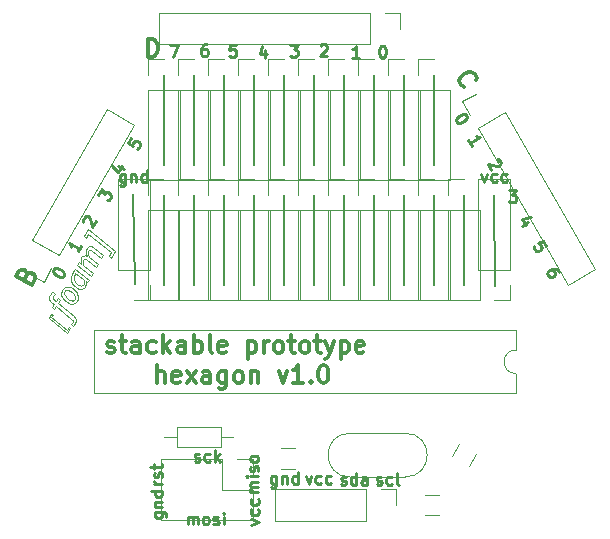
<source format=gbr>
G04 #@! TF.FileFunction,Legend,Top*
%FSLAX46Y46*%
G04 Gerber Fmt 4.6, Leading zero omitted, Abs format (unit mm)*
G04 Created by KiCad (PCBNEW 4.0.7-e2-6376~58~ubuntu14.04.1) date Sat Apr 21 16:58:32 2018*
%MOMM*%
%LPD*%
G01*
G04 APERTURE LIST*
%ADD10C,0.100000*%
%ADD11C,0.200000*%
%ADD12C,0.250000*%
%ADD13C,0.300000*%
%ADD14C,0.120000*%
G04 APERTURE END LIST*
D10*
D11*
X200660000Y-96520000D02*
X200660000Y-88900000D01*
X198120000Y-96520000D02*
X198120000Y-88900000D01*
X195580000Y-96520000D02*
X195580000Y-88900000D01*
X193040000Y-96520000D02*
X193040000Y-88900000D01*
X190500000Y-96520000D02*
X190500000Y-88900000D01*
X187960000Y-96520000D02*
X187960000Y-88900000D01*
X185420000Y-96520000D02*
X185420000Y-88900000D01*
X182880000Y-96520000D02*
X182880000Y-88900000D01*
X180340000Y-96520000D02*
X180340000Y-88900000D01*
X177800000Y-96520000D02*
X177800000Y-88900000D01*
X177800000Y-106680000D02*
X177800000Y-99060000D01*
X180340000Y-106680000D02*
X180340000Y-99060000D01*
X182880000Y-106680000D02*
X182880000Y-99060000D01*
X185420000Y-106680000D02*
X185420000Y-99060000D01*
X187960000Y-106680000D02*
X187960000Y-99060000D01*
X190500000Y-106680000D02*
X190500000Y-99060000D01*
X193040000Y-106680000D02*
X193040000Y-99060000D01*
X195580000Y-106680000D02*
X195580000Y-99060000D01*
X198120000Y-106680000D02*
X198120000Y-99060000D01*
X200660000Y-106680000D02*
X200660000Y-99060000D01*
X203200000Y-106680000D02*
X203200000Y-99060000D01*
D12*
X210163300Y-103372388D02*
X209925204Y-102959994D01*
X209489002Y-103156850D01*
X209554051Y-103174280D01*
X209642909Y-103232949D01*
X209761957Y-103439146D01*
X209768337Y-103545434D01*
X209750907Y-103610483D01*
X209692237Y-103699341D01*
X209486041Y-103818389D01*
X209379753Y-103824769D01*
X209314704Y-103807339D01*
X209225846Y-103748670D01*
X209106798Y-103542473D01*
X209100418Y-103436185D01*
X209117848Y-103371136D01*
X208660816Y-101347815D02*
X208083465Y-101681148D01*
X208871682Y-100951142D02*
X208134044Y-101102088D01*
X208443568Y-101638200D01*
X173879661Y-96587899D02*
X174457012Y-96921233D01*
X173430699Y-96603620D02*
X173930242Y-97166960D01*
X174239766Y-96630848D01*
X206996667Y-98692381D02*
X207615715Y-98692381D01*
X207282381Y-99073333D01*
X207425239Y-99073333D01*
X207520477Y-99120952D01*
X207568096Y-99168571D01*
X207615715Y-99263810D01*
X207615715Y-99501905D01*
X207568096Y-99597143D01*
X207520477Y-99644762D01*
X207425239Y-99692381D01*
X207139524Y-99692381D01*
X207044286Y-99644762D01*
X206996667Y-99597143D01*
X172229082Y-99094865D02*
X172538606Y-98558754D01*
X172701853Y-99037906D01*
X172773282Y-98914187D01*
X172862140Y-98855518D01*
X172927189Y-98838088D01*
X173033478Y-98844469D01*
X173239674Y-98963516D01*
X173298343Y-99052374D01*
X173315773Y-99117423D01*
X173309393Y-99223711D01*
X173166535Y-99471148D01*
X173077677Y-99529817D01*
X173012628Y-99547246D01*
X206028916Y-96026374D02*
X206093965Y-96043804D01*
X206182823Y-96102473D01*
X206301871Y-96308670D01*
X206308251Y-96414958D01*
X206290821Y-96480007D01*
X206232152Y-96568865D01*
X206149674Y-96616484D01*
X206002147Y-96646673D01*
X205221560Y-96437516D01*
X205531084Y-96973627D01*
X170985370Y-101331245D02*
X170967940Y-101266196D01*
X170974320Y-101159908D01*
X171093368Y-100953711D01*
X171182226Y-100895042D01*
X171247275Y-100877612D01*
X171353563Y-100883992D01*
X171436041Y-100931611D01*
X171535949Y-101044279D01*
X171745107Y-101824865D01*
X172054631Y-101288754D01*
X203851084Y-94933627D02*
X203565370Y-94438755D01*
X203708227Y-94686191D02*
X204574252Y-94186190D01*
X204402915Y-94175140D01*
X204272818Y-94140281D01*
X204183959Y-94081612D01*
X170804631Y-103368754D02*
X170518916Y-103863626D01*
X170661773Y-103616191D02*
X169795748Y-103116190D01*
X169871847Y-103270098D01*
X169906706Y-103400195D01*
X169900327Y-103506483D01*
X181430477Y-86332381D02*
X181240000Y-86332381D01*
X181144762Y-86380000D01*
X181097143Y-86427619D01*
X181001905Y-86570476D01*
X180954286Y-86760952D01*
X180954286Y-87141905D01*
X181001905Y-87237143D01*
X181049524Y-87284762D01*
X181144762Y-87332381D01*
X181335239Y-87332381D01*
X181430477Y-87284762D01*
X181478096Y-87237143D01*
X181525715Y-87141905D01*
X181525715Y-86903810D01*
X181478096Y-86808571D01*
X181430477Y-86760952D01*
X181335239Y-86713333D01*
X181144762Y-86713333D01*
X181049524Y-86760952D01*
X181001905Y-86808571D01*
X180954286Y-86903810D01*
X183868096Y-86372381D02*
X183391905Y-86372381D01*
X183344286Y-86848571D01*
X183391905Y-86800952D01*
X183487143Y-86753333D01*
X183725239Y-86753333D01*
X183820477Y-86800952D01*
X183868096Y-86848571D01*
X183915715Y-86943810D01*
X183915715Y-87181905D01*
X183868096Y-87277143D01*
X183820477Y-87324762D01*
X183725239Y-87372381D01*
X183487143Y-87372381D01*
X183391905Y-87324762D01*
X183344286Y-87277143D01*
X186380477Y-86835714D02*
X186380477Y-87502381D01*
X186142381Y-86454762D02*
X185904286Y-87169048D01*
X186523334Y-87169048D01*
X188496667Y-86372381D02*
X189115715Y-86372381D01*
X188782381Y-86753333D01*
X188925239Y-86753333D01*
X189020477Y-86800952D01*
X189068096Y-86848571D01*
X189115715Y-86943810D01*
X189115715Y-87181905D01*
X189068096Y-87277143D01*
X189020477Y-87324762D01*
X188925239Y-87372381D01*
X188639524Y-87372381D01*
X188544286Y-87324762D01*
X188496667Y-87277143D01*
X191064286Y-86427619D02*
X191111905Y-86380000D01*
X191207143Y-86332381D01*
X191445239Y-86332381D01*
X191540477Y-86380000D01*
X191588096Y-86427619D01*
X191635715Y-86522857D01*
X191635715Y-86618095D01*
X191588096Y-86760952D01*
X191016667Y-87332381D01*
X191635715Y-87332381D01*
X194325715Y-87462381D02*
X193754286Y-87462381D01*
X194040000Y-87462381D02*
X194040000Y-86462381D01*
X193944762Y-86605238D01*
X193849524Y-86700476D01*
X193754286Y-86748095D01*
X203410442Y-92304951D02*
X203458062Y-92387431D01*
X203464442Y-92493719D01*
X203447012Y-92558767D01*
X203388343Y-92647626D01*
X203247195Y-92784103D01*
X203040998Y-92903151D01*
X202852232Y-92957150D01*
X202745944Y-92963529D01*
X202680895Y-92946100D01*
X202592037Y-92887431D01*
X202544417Y-92804951D01*
X202538037Y-92698663D01*
X202555467Y-92633614D01*
X202614136Y-92544756D01*
X202755284Y-92408279D01*
X202961481Y-92289231D01*
X203150247Y-92235232D01*
X203256535Y-92228852D01*
X203321584Y-92246282D01*
X203410442Y-92304951D01*
X211279490Y-105561148D02*
X211184252Y-105396190D01*
X211095394Y-105337521D01*
X211030345Y-105320092D01*
X210859008Y-105309042D01*
X210670242Y-105363040D01*
X210340327Y-105553517D01*
X210281658Y-105642375D01*
X210264228Y-105707424D01*
X210270608Y-105813712D01*
X210365846Y-105978670D01*
X210454704Y-106037339D01*
X210519753Y-106054769D01*
X210626041Y-106048389D01*
X210832237Y-105929341D01*
X210890907Y-105840483D01*
X210908337Y-105775434D01*
X210901957Y-105669146D01*
X210806719Y-105504188D01*
X210717861Y-105445519D01*
X210652812Y-105428089D01*
X210546523Y-105434469D01*
D11*
X175190000Y-99010000D02*
X175360000Y-106630000D01*
X205760000Y-99120000D02*
X205810000Y-106810000D01*
D12*
X196242381Y-86462381D02*
X196337620Y-86462381D01*
X196432858Y-86510000D01*
X196480477Y-86557619D01*
X196528096Y-86652857D01*
X196575715Y-86843333D01*
X196575715Y-87081429D01*
X196528096Y-87271905D01*
X196480477Y-87367143D01*
X196432858Y-87414762D01*
X196337620Y-87462381D01*
X196242381Y-87462381D01*
X196147143Y-87414762D01*
X196099524Y-87367143D01*
X196051905Y-87271905D01*
X196004286Y-87081429D01*
X196004286Y-86843333D01*
X196051905Y-86652857D01*
X196099524Y-86557619D01*
X196147143Y-86510000D01*
X196242381Y-86462381D01*
X178346667Y-86422381D02*
X179013334Y-86422381D01*
X178584762Y-87422381D01*
X174994796Y-94249993D02*
X174756701Y-94662387D01*
X175145284Y-94941721D01*
X175127854Y-94876672D01*
X175134234Y-94770384D01*
X175253282Y-94564187D01*
X175342140Y-94505518D01*
X175407189Y-94488088D01*
X175513478Y-94494469D01*
X175719674Y-94613516D01*
X175778343Y-94702374D01*
X175795773Y-94767423D01*
X175789393Y-94873711D01*
X175670345Y-95079908D01*
X175581487Y-95138577D01*
X175516438Y-95156007D01*
X169348061Y-105842570D02*
X169300442Y-105925050D01*
X169211584Y-105983719D01*
X169146535Y-106001148D01*
X169040247Y-105994769D01*
X168851480Y-105940770D01*
X168645283Y-105821722D01*
X168504136Y-105685245D01*
X168445467Y-105596386D01*
X168428037Y-105531338D01*
X168434417Y-105425050D01*
X168482036Y-105342570D01*
X168570894Y-105283901D01*
X168635943Y-105266471D01*
X168742231Y-105272851D01*
X168930998Y-105326850D01*
X169137195Y-105445898D01*
X169278342Y-105582375D01*
X169337011Y-105671233D01*
X169354441Y-105736282D01*
X169348061Y-105842570D01*
X185782381Y-124243809D02*
X185115714Y-124243809D01*
X185210952Y-124243809D02*
X185163333Y-124196190D01*
X185115714Y-124100952D01*
X185115714Y-123958094D01*
X185163333Y-123862856D01*
X185258571Y-123815237D01*
X185782381Y-123815237D01*
X185258571Y-123815237D02*
X185163333Y-123767618D01*
X185115714Y-123672380D01*
X185115714Y-123529523D01*
X185163333Y-123434285D01*
X185258571Y-123386666D01*
X185782381Y-123386666D01*
X185782381Y-122910476D02*
X185115714Y-122910476D01*
X184782381Y-122910476D02*
X184830000Y-122958095D01*
X184877619Y-122910476D01*
X184830000Y-122862857D01*
X184782381Y-122910476D01*
X184877619Y-122910476D01*
X185734762Y-122481905D02*
X185782381Y-122386667D01*
X185782381Y-122196191D01*
X185734762Y-122100952D01*
X185639524Y-122053333D01*
X185591905Y-122053333D01*
X185496667Y-122100952D01*
X185449048Y-122196191D01*
X185449048Y-122339048D01*
X185401429Y-122434286D01*
X185306190Y-122481905D01*
X185258571Y-122481905D01*
X185163333Y-122434286D01*
X185115714Y-122339048D01*
X185115714Y-122196191D01*
X185163333Y-122100952D01*
X185782381Y-121481905D02*
X185734762Y-121577143D01*
X185687143Y-121624762D01*
X185591905Y-121672381D01*
X185306190Y-121672381D01*
X185210952Y-121624762D01*
X185163333Y-121577143D01*
X185115714Y-121481905D01*
X185115714Y-121339047D01*
X185163333Y-121243809D01*
X185210952Y-121196190D01*
X185306190Y-121148571D01*
X185591905Y-121148571D01*
X185687143Y-121196190D01*
X185734762Y-121243809D01*
X185782381Y-121339047D01*
X185782381Y-121481905D01*
X179806191Y-126972381D02*
X179806191Y-126305714D01*
X179806191Y-126400952D02*
X179853810Y-126353333D01*
X179949048Y-126305714D01*
X180091906Y-126305714D01*
X180187144Y-126353333D01*
X180234763Y-126448571D01*
X180234763Y-126972381D01*
X180234763Y-126448571D02*
X180282382Y-126353333D01*
X180377620Y-126305714D01*
X180520477Y-126305714D01*
X180615715Y-126353333D01*
X180663334Y-126448571D01*
X180663334Y-126972381D01*
X181282381Y-126972381D02*
X181187143Y-126924762D01*
X181139524Y-126877143D01*
X181091905Y-126781905D01*
X181091905Y-126496190D01*
X181139524Y-126400952D01*
X181187143Y-126353333D01*
X181282381Y-126305714D01*
X181425239Y-126305714D01*
X181520477Y-126353333D01*
X181568096Y-126400952D01*
X181615715Y-126496190D01*
X181615715Y-126781905D01*
X181568096Y-126877143D01*
X181520477Y-126924762D01*
X181425239Y-126972381D01*
X181282381Y-126972381D01*
X181996667Y-126924762D02*
X182091905Y-126972381D01*
X182282381Y-126972381D01*
X182377620Y-126924762D01*
X182425239Y-126829524D01*
X182425239Y-126781905D01*
X182377620Y-126686667D01*
X182282381Y-126639048D01*
X182139524Y-126639048D01*
X182044286Y-126591429D01*
X181996667Y-126496190D01*
X181996667Y-126448571D01*
X182044286Y-126353333D01*
X182139524Y-126305714D01*
X182282381Y-126305714D01*
X182377620Y-126353333D01*
X182853810Y-126972381D02*
X182853810Y-126305714D01*
X182853810Y-125972381D02*
X182806191Y-126020000D01*
X182853810Y-126067619D01*
X182901429Y-126020000D01*
X182853810Y-125972381D01*
X182853810Y-126067619D01*
X180412381Y-121614762D02*
X180507619Y-121662381D01*
X180698095Y-121662381D01*
X180793334Y-121614762D01*
X180840953Y-121519524D01*
X180840953Y-121471905D01*
X180793334Y-121376667D01*
X180698095Y-121329048D01*
X180555238Y-121329048D01*
X180460000Y-121281429D01*
X180412381Y-121186190D01*
X180412381Y-121138571D01*
X180460000Y-121043333D01*
X180555238Y-120995714D01*
X180698095Y-120995714D01*
X180793334Y-121043333D01*
X181698096Y-121614762D02*
X181602858Y-121662381D01*
X181412381Y-121662381D01*
X181317143Y-121614762D01*
X181269524Y-121567143D01*
X181221905Y-121471905D01*
X181221905Y-121186190D01*
X181269524Y-121090952D01*
X181317143Y-121043333D01*
X181412381Y-120995714D01*
X181602858Y-120995714D01*
X181698096Y-121043333D01*
X182126667Y-121662381D02*
X182126667Y-120662381D01*
X182221905Y-121281429D02*
X182507620Y-121662381D01*
X182507620Y-120995714D02*
X182126667Y-121376667D01*
X177642381Y-123551905D02*
X176975714Y-123551905D01*
X177166190Y-123551905D02*
X177070952Y-123504286D01*
X177023333Y-123456667D01*
X176975714Y-123361429D01*
X176975714Y-123266190D01*
X177594762Y-122980476D02*
X177642381Y-122885238D01*
X177642381Y-122694762D01*
X177594762Y-122599523D01*
X177499524Y-122551904D01*
X177451905Y-122551904D01*
X177356667Y-122599523D01*
X177309048Y-122694762D01*
X177309048Y-122837619D01*
X177261429Y-122932857D01*
X177166190Y-122980476D01*
X177118571Y-122980476D01*
X177023333Y-122932857D01*
X176975714Y-122837619D01*
X176975714Y-122694762D01*
X177023333Y-122599523D01*
X176975714Y-122266190D02*
X176975714Y-121885238D01*
X176642381Y-122123333D02*
X177499524Y-122123333D01*
X177594762Y-122075714D01*
X177642381Y-121980476D01*
X177642381Y-121885238D01*
X177005714Y-125950476D02*
X177815238Y-125950476D01*
X177910476Y-125998095D01*
X177958095Y-126045714D01*
X178005714Y-126140953D01*
X178005714Y-126283810D01*
X177958095Y-126379048D01*
X177624762Y-125950476D02*
X177672381Y-126045714D01*
X177672381Y-126236191D01*
X177624762Y-126331429D01*
X177577143Y-126379048D01*
X177481905Y-126426667D01*
X177196190Y-126426667D01*
X177100952Y-126379048D01*
X177053333Y-126331429D01*
X177005714Y-126236191D01*
X177005714Y-126045714D01*
X177053333Y-125950476D01*
X177005714Y-125474286D02*
X177672381Y-125474286D01*
X177100952Y-125474286D02*
X177053333Y-125426667D01*
X177005714Y-125331429D01*
X177005714Y-125188571D01*
X177053333Y-125093333D01*
X177148571Y-125045714D01*
X177672381Y-125045714D01*
X177672381Y-124140952D02*
X176672381Y-124140952D01*
X177624762Y-124140952D02*
X177672381Y-124236190D01*
X177672381Y-124426667D01*
X177624762Y-124521905D01*
X177577143Y-124569524D01*
X177481905Y-124617143D01*
X177196190Y-124617143D01*
X177100952Y-124569524D01*
X177053333Y-124521905D01*
X177005714Y-124426667D01*
X177005714Y-124236190D01*
X177053333Y-124140952D01*
X185145714Y-126995238D02*
X185812381Y-126757143D01*
X185145714Y-126519047D01*
X185764762Y-125709523D02*
X185812381Y-125804761D01*
X185812381Y-125995238D01*
X185764762Y-126090476D01*
X185717143Y-126138095D01*
X185621905Y-126185714D01*
X185336190Y-126185714D01*
X185240952Y-126138095D01*
X185193333Y-126090476D01*
X185145714Y-125995238D01*
X185145714Y-125804761D01*
X185193333Y-125709523D01*
X185764762Y-124852380D02*
X185812381Y-124947618D01*
X185812381Y-125138095D01*
X185764762Y-125233333D01*
X185717143Y-125280952D01*
X185621905Y-125328571D01*
X185336190Y-125328571D01*
X185240952Y-125280952D01*
X185193333Y-125233333D01*
X185145714Y-125138095D01*
X185145714Y-124947618D01*
X185193333Y-124852380D01*
X192800952Y-123564762D02*
X192896190Y-123612381D01*
X193086666Y-123612381D01*
X193181905Y-123564762D01*
X193229524Y-123469524D01*
X193229524Y-123421905D01*
X193181905Y-123326667D01*
X193086666Y-123279048D01*
X192943809Y-123279048D01*
X192848571Y-123231429D01*
X192800952Y-123136190D01*
X192800952Y-123088571D01*
X192848571Y-122993333D01*
X192943809Y-122945714D01*
X193086666Y-122945714D01*
X193181905Y-122993333D01*
X194086667Y-123612381D02*
X194086667Y-122612381D01*
X194086667Y-123564762D02*
X193991429Y-123612381D01*
X193800952Y-123612381D01*
X193705714Y-123564762D01*
X193658095Y-123517143D01*
X193610476Y-123421905D01*
X193610476Y-123136190D01*
X193658095Y-123040952D01*
X193705714Y-122993333D01*
X193800952Y-122945714D01*
X193991429Y-122945714D01*
X194086667Y-122993333D01*
X194991429Y-123612381D02*
X194991429Y-123088571D01*
X194943810Y-122993333D01*
X194848572Y-122945714D01*
X194658095Y-122945714D01*
X194562857Y-122993333D01*
X194991429Y-123564762D02*
X194896191Y-123612381D01*
X194658095Y-123612381D01*
X194562857Y-123564762D01*
X194515238Y-123469524D01*
X194515238Y-123374286D01*
X194562857Y-123279048D01*
X194658095Y-123231429D01*
X194896191Y-123231429D01*
X194991429Y-123183810D01*
X195805238Y-123564762D02*
X195900476Y-123612381D01*
X196090952Y-123612381D01*
X196186191Y-123564762D01*
X196233810Y-123469524D01*
X196233810Y-123421905D01*
X196186191Y-123326667D01*
X196090952Y-123279048D01*
X195948095Y-123279048D01*
X195852857Y-123231429D01*
X195805238Y-123136190D01*
X195805238Y-123088571D01*
X195852857Y-122993333D01*
X195948095Y-122945714D01*
X196090952Y-122945714D01*
X196186191Y-122993333D01*
X197090953Y-123564762D02*
X196995715Y-123612381D01*
X196805238Y-123612381D01*
X196710000Y-123564762D01*
X196662381Y-123517143D01*
X196614762Y-123421905D01*
X196614762Y-123136190D01*
X196662381Y-123040952D01*
X196710000Y-122993333D01*
X196805238Y-122945714D01*
X196995715Y-122945714D01*
X197090953Y-122993333D01*
X197662381Y-123612381D02*
X197567143Y-123564762D01*
X197519524Y-123469524D01*
X197519524Y-122612381D01*
X189814762Y-122855714D02*
X190052857Y-123522381D01*
X190290953Y-122855714D01*
X191100477Y-123474762D02*
X191005239Y-123522381D01*
X190814762Y-123522381D01*
X190719524Y-123474762D01*
X190671905Y-123427143D01*
X190624286Y-123331905D01*
X190624286Y-123046190D01*
X190671905Y-122950952D01*
X190719524Y-122903333D01*
X190814762Y-122855714D01*
X191005239Y-122855714D01*
X191100477Y-122903333D01*
X191957620Y-123474762D02*
X191862382Y-123522381D01*
X191671905Y-123522381D01*
X191576667Y-123474762D01*
X191529048Y-123427143D01*
X191481429Y-123331905D01*
X191481429Y-123046190D01*
X191529048Y-122950952D01*
X191576667Y-122903333D01*
X191671905Y-122855714D01*
X191862382Y-122855714D01*
X191957620Y-122903333D01*
X187309524Y-122855714D02*
X187309524Y-123665238D01*
X187261905Y-123760476D01*
X187214286Y-123808095D01*
X187119047Y-123855714D01*
X186976190Y-123855714D01*
X186880952Y-123808095D01*
X187309524Y-123474762D02*
X187214286Y-123522381D01*
X187023809Y-123522381D01*
X186928571Y-123474762D01*
X186880952Y-123427143D01*
X186833333Y-123331905D01*
X186833333Y-123046190D01*
X186880952Y-122950952D01*
X186928571Y-122903333D01*
X187023809Y-122855714D01*
X187214286Y-122855714D01*
X187309524Y-122903333D01*
X187785714Y-122855714D02*
X187785714Y-123522381D01*
X187785714Y-122950952D02*
X187833333Y-122903333D01*
X187928571Y-122855714D01*
X188071429Y-122855714D01*
X188166667Y-122903333D01*
X188214286Y-122998571D01*
X188214286Y-123522381D01*
X189119048Y-123522381D02*
X189119048Y-122522381D01*
X189119048Y-123474762D02*
X189023810Y-123522381D01*
X188833333Y-123522381D01*
X188738095Y-123474762D01*
X188690476Y-123427143D01*
X188642857Y-123331905D01*
X188642857Y-123046190D01*
X188690476Y-122950952D01*
X188738095Y-122903333D01*
X188833333Y-122855714D01*
X189023810Y-122855714D01*
X189119048Y-122903333D01*
X174529524Y-97305714D02*
X174529524Y-98115238D01*
X174481905Y-98210476D01*
X174434286Y-98258095D01*
X174339047Y-98305714D01*
X174196190Y-98305714D01*
X174100952Y-98258095D01*
X174529524Y-97924762D02*
X174434286Y-97972381D01*
X174243809Y-97972381D01*
X174148571Y-97924762D01*
X174100952Y-97877143D01*
X174053333Y-97781905D01*
X174053333Y-97496190D01*
X174100952Y-97400952D01*
X174148571Y-97353333D01*
X174243809Y-97305714D01*
X174434286Y-97305714D01*
X174529524Y-97353333D01*
X175005714Y-97305714D02*
X175005714Y-97972381D01*
X175005714Y-97400952D02*
X175053333Y-97353333D01*
X175148571Y-97305714D01*
X175291429Y-97305714D01*
X175386667Y-97353333D01*
X175434286Y-97448571D01*
X175434286Y-97972381D01*
X176339048Y-97972381D02*
X176339048Y-96972381D01*
X176339048Y-97924762D02*
X176243810Y-97972381D01*
X176053333Y-97972381D01*
X175958095Y-97924762D01*
X175910476Y-97877143D01*
X175862857Y-97781905D01*
X175862857Y-97496190D01*
X175910476Y-97400952D01*
X175958095Y-97353333D01*
X176053333Y-97305714D01*
X176243810Y-97305714D01*
X176339048Y-97353333D01*
X204684762Y-97285714D02*
X204922857Y-97952381D01*
X205160953Y-97285714D01*
X205970477Y-97904762D02*
X205875239Y-97952381D01*
X205684762Y-97952381D01*
X205589524Y-97904762D01*
X205541905Y-97857143D01*
X205494286Y-97761905D01*
X205494286Y-97476190D01*
X205541905Y-97380952D01*
X205589524Y-97333333D01*
X205684762Y-97285714D01*
X205875239Y-97285714D01*
X205970477Y-97333333D01*
X206827620Y-97904762D02*
X206732382Y-97952381D01*
X206541905Y-97952381D01*
X206446667Y-97904762D01*
X206399048Y-97857143D01*
X206351429Y-97761905D01*
X206351429Y-97476190D01*
X206399048Y-97380952D01*
X206446667Y-97333333D01*
X206541905Y-97285714D01*
X206732382Y-97285714D01*
X206827620Y-97333333D01*
D13*
X172975714Y-112382143D02*
X173118571Y-112453571D01*
X173404286Y-112453571D01*
X173547143Y-112382143D01*
X173618571Y-112239286D01*
X173618571Y-112167857D01*
X173547143Y-112025000D01*
X173404286Y-111953571D01*
X173190000Y-111953571D01*
X173047143Y-111882143D01*
X172975714Y-111739286D01*
X172975714Y-111667857D01*
X173047143Y-111525000D01*
X173190000Y-111453571D01*
X173404286Y-111453571D01*
X173547143Y-111525000D01*
X174047143Y-111453571D02*
X174618572Y-111453571D01*
X174261429Y-110953571D02*
X174261429Y-112239286D01*
X174332857Y-112382143D01*
X174475715Y-112453571D01*
X174618572Y-112453571D01*
X175761429Y-112453571D02*
X175761429Y-111667857D01*
X175690000Y-111525000D01*
X175547143Y-111453571D01*
X175261429Y-111453571D01*
X175118572Y-111525000D01*
X175761429Y-112382143D02*
X175618572Y-112453571D01*
X175261429Y-112453571D01*
X175118572Y-112382143D01*
X175047143Y-112239286D01*
X175047143Y-112096429D01*
X175118572Y-111953571D01*
X175261429Y-111882143D01*
X175618572Y-111882143D01*
X175761429Y-111810714D01*
X177118572Y-112382143D02*
X176975715Y-112453571D01*
X176690001Y-112453571D01*
X176547143Y-112382143D01*
X176475715Y-112310714D01*
X176404286Y-112167857D01*
X176404286Y-111739286D01*
X176475715Y-111596429D01*
X176547143Y-111525000D01*
X176690001Y-111453571D01*
X176975715Y-111453571D01*
X177118572Y-111525000D01*
X177761429Y-112453571D02*
X177761429Y-110953571D01*
X177904286Y-111882143D02*
X178332857Y-112453571D01*
X178332857Y-111453571D02*
X177761429Y-112025000D01*
X179618572Y-112453571D02*
X179618572Y-111667857D01*
X179547143Y-111525000D01*
X179404286Y-111453571D01*
X179118572Y-111453571D01*
X178975715Y-111525000D01*
X179618572Y-112382143D02*
X179475715Y-112453571D01*
X179118572Y-112453571D01*
X178975715Y-112382143D01*
X178904286Y-112239286D01*
X178904286Y-112096429D01*
X178975715Y-111953571D01*
X179118572Y-111882143D01*
X179475715Y-111882143D01*
X179618572Y-111810714D01*
X180332858Y-112453571D02*
X180332858Y-110953571D01*
X180332858Y-111525000D02*
X180475715Y-111453571D01*
X180761429Y-111453571D01*
X180904286Y-111525000D01*
X180975715Y-111596429D01*
X181047144Y-111739286D01*
X181047144Y-112167857D01*
X180975715Y-112310714D01*
X180904286Y-112382143D01*
X180761429Y-112453571D01*
X180475715Y-112453571D01*
X180332858Y-112382143D01*
X181904287Y-112453571D02*
X181761429Y-112382143D01*
X181690001Y-112239286D01*
X181690001Y-110953571D01*
X183047143Y-112382143D02*
X182904286Y-112453571D01*
X182618572Y-112453571D01*
X182475715Y-112382143D01*
X182404286Y-112239286D01*
X182404286Y-111667857D01*
X182475715Y-111525000D01*
X182618572Y-111453571D01*
X182904286Y-111453571D01*
X183047143Y-111525000D01*
X183118572Y-111667857D01*
X183118572Y-111810714D01*
X182404286Y-111953571D01*
X184904286Y-111453571D02*
X184904286Y-112953571D01*
X184904286Y-111525000D02*
X185047143Y-111453571D01*
X185332857Y-111453571D01*
X185475714Y-111525000D01*
X185547143Y-111596429D01*
X185618572Y-111739286D01*
X185618572Y-112167857D01*
X185547143Y-112310714D01*
X185475714Y-112382143D01*
X185332857Y-112453571D01*
X185047143Y-112453571D01*
X184904286Y-112382143D01*
X186261429Y-112453571D02*
X186261429Y-111453571D01*
X186261429Y-111739286D02*
X186332857Y-111596429D01*
X186404286Y-111525000D01*
X186547143Y-111453571D01*
X186690000Y-111453571D01*
X187404286Y-112453571D02*
X187261428Y-112382143D01*
X187190000Y-112310714D01*
X187118571Y-112167857D01*
X187118571Y-111739286D01*
X187190000Y-111596429D01*
X187261428Y-111525000D01*
X187404286Y-111453571D01*
X187618571Y-111453571D01*
X187761428Y-111525000D01*
X187832857Y-111596429D01*
X187904286Y-111739286D01*
X187904286Y-112167857D01*
X187832857Y-112310714D01*
X187761428Y-112382143D01*
X187618571Y-112453571D01*
X187404286Y-112453571D01*
X188332857Y-111453571D02*
X188904286Y-111453571D01*
X188547143Y-110953571D02*
X188547143Y-112239286D01*
X188618571Y-112382143D01*
X188761429Y-112453571D01*
X188904286Y-112453571D01*
X189618572Y-112453571D02*
X189475714Y-112382143D01*
X189404286Y-112310714D01*
X189332857Y-112167857D01*
X189332857Y-111739286D01*
X189404286Y-111596429D01*
X189475714Y-111525000D01*
X189618572Y-111453571D01*
X189832857Y-111453571D01*
X189975714Y-111525000D01*
X190047143Y-111596429D01*
X190118572Y-111739286D01*
X190118572Y-112167857D01*
X190047143Y-112310714D01*
X189975714Y-112382143D01*
X189832857Y-112453571D01*
X189618572Y-112453571D01*
X190547143Y-111453571D02*
X191118572Y-111453571D01*
X190761429Y-110953571D02*
X190761429Y-112239286D01*
X190832857Y-112382143D01*
X190975715Y-112453571D01*
X191118572Y-112453571D01*
X191475715Y-111453571D02*
X191832858Y-112453571D01*
X192190000Y-111453571D02*
X191832858Y-112453571D01*
X191690000Y-112810714D01*
X191618572Y-112882143D01*
X191475715Y-112953571D01*
X192761429Y-111453571D02*
X192761429Y-112953571D01*
X192761429Y-111525000D02*
X192904286Y-111453571D01*
X193190000Y-111453571D01*
X193332857Y-111525000D01*
X193404286Y-111596429D01*
X193475715Y-111739286D01*
X193475715Y-112167857D01*
X193404286Y-112310714D01*
X193332857Y-112382143D01*
X193190000Y-112453571D01*
X192904286Y-112453571D01*
X192761429Y-112382143D01*
X194690000Y-112382143D02*
X194547143Y-112453571D01*
X194261429Y-112453571D01*
X194118572Y-112382143D01*
X194047143Y-112239286D01*
X194047143Y-111667857D01*
X194118572Y-111525000D01*
X194261429Y-111453571D01*
X194547143Y-111453571D01*
X194690000Y-111525000D01*
X194761429Y-111667857D01*
X194761429Y-111810714D01*
X194047143Y-111953571D01*
X177225715Y-115003571D02*
X177225715Y-113503571D01*
X177868572Y-115003571D02*
X177868572Y-114217857D01*
X177797143Y-114075000D01*
X177654286Y-114003571D01*
X177440001Y-114003571D01*
X177297143Y-114075000D01*
X177225715Y-114146429D01*
X179154286Y-114932143D02*
X179011429Y-115003571D01*
X178725715Y-115003571D01*
X178582858Y-114932143D01*
X178511429Y-114789286D01*
X178511429Y-114217857D01*
X178582858Y-114075000D01*
X178725715Y-114003571D01*
X179011429Y-114003571D01*
X179154286Y-114075000D01*
X179225715Y-114217857D01*
X179225715Y-114360714D01*
X178511429Y-114503571D01*
X179725715Y-115003571D02*
X180511429Y-114003571D01*
X179725715Y-114003571D02*
X180511429Y-115003571D01*
X181725715Y-115003571D02*
X181725715Y-114217857D01*
X181654286Y-114075000D01*
X181511429Y-114003571D01*
X181225715Y-114003571D01*
X181082858Y-114075000D01*
X181725715Y-114932143D02*
X181582858Y-115003571D01*
X181225715Y-115003571D01*
X181082858Y-114932143D01*
X181011429Y-114789286D01*
X181011429Y-114646429D01*
X181082858Y-114503571D01*
X181225715Y-114432143D01*
X181582858Y-114432143D01*
X181725715Y-114360714D01*
X183082858Y-114003571D02*
X183082858Y-115217857D01*
X183011429Y-115360714D01*
X182940001Y-115432143D01*
X182797144Y-115503571D01*
X182582858Y-115503571D01*
X182440001Y-115432143D01*
X183082858Y-114932143D02*
X182940001Y-115003571D01*
X182654287Y-115003571D01*
X182511429Y-114932143D01*
X182440001Y-114860714D01*
X182368572Y-114717857D01*
X182368572Y-114289286D01*
X182440001Y-114146429D01*
X182511429Y-114075000D01*
X182654287Y-114003571D01*
X182940001Y-114003571D01*
X183082858Y-114075000D01*
X184011430Y-115003571D02*
X183868572Y-114932143D01*
X183797144Y-114860714D01*
X183725715Y-114717857D01*
X183725715Y-114289286D01*
X183797144Y-114146429D01*
X183868572Y-114075000D01*
X184011430Y-114003571D01*
X184225715Y-114003571D01*
X184368572Y-114075000D01*
X184440001Y-114146429D01*
X184511430Y-114289286D01*
X184511430Y-114717857D01*
X184440001Y-114860714D01*
X184368572Y-114932143D01*
X184225715Y-115003571D01*
X184011430Y-115003571D01*
X185154287Y-114003571D02*
X185154287Y-115003571D01*
X185154287Y-114146429D02*
X185225715Y-114075000D01*
X185368573Y-114003571D01*
X185582858Y-114003571D01*
X185725715Y-114075000D01*
X185797144Y-114217857D01*
X185797144Y-115003571D01*
X187511430Y-114003571D02*
X187868573Y-115003571D01*
X188225715Y-114003571D01*
X189582858Y-115003571D02*
X188725715Y-115003571D01*
X189154287Y-115003571D02*
X189154287Y-113503571D01*
X189011430Y-113717857D01*
X188868572Y-113860714D01*
X188725715Y-113932143D01*
X190225715Y-114860714D02*
X190297143Y-114932143D01*
X190225715Y-115003571D01*
X190154286Y-114932143D01*
X190225715Y-114860714D01*
X190225715Y-115003571D01*
X191225715Y-113503571D02*
X191368572Y-113503571D01*
X191511429Y-113575000D01*
X191582858Y-113646429D01*
X191654287Y-113789286D01*
X191725715Y-114075000D01*
X191725715Y-114432143D01*
X191654287Y-114717857D01*
X191582858Y-114860714D01*
X191511429Y-114932143D01*
X191368572Y-115003571D01*
X191225715Y-115003571D01*
X191082858Y-114932143D01*
X191011429Y-114860714D01*
X190940001Y-114717857D01*
X190868572Y-114432143D01*
X190868572Y-114075000D01*
X190940001Y-113789286D01*
X191011429Y-113646429D01*
X191082858Y-113575000D01*
X191225715Y-113503571D01*
X203198201Y-89919940D02*
X203100627Y-89893796D01*
X202931626Y-89743933D01*
X202860197Y-89620215D01*
X202814913Y-89398924D01*
X202867202Y-89203777D01*
X202955206Y-89070490D01*
X203166928Y-88865774D01*
X203352504Y-88758631D01*
X203635655Y-88677633D01*
X203795087Y-88668063D01*
X203990234Y-88720353D01*
X204159235Y-88870215D01*
X204230664Y-88993933D01*
X204275948Y-89215224D01*
X204249803Y-89312798D01*
X176437143Y-87378571D02*
X176437143Y-85878571D01*
X176794286Y-85878571D01*
X177008571Y-85950000D01*
X177151429Y-86092857D01*
X177222857Y-86235714D01*
X177294286Y-86521429D01*
X177294286Y-86735714D01*
X177222857Y-87021429D01*
X177151429Y-87164286D01*
X177008571Y-87307143D01*
X176794286Y-87378571D01*
X176437143Y-87378571D01*
X166170783Y-105863640D02*
X166339785Y-105713777D01*
X166437358Y-105687633D01*
X166596790Y-105697202D01*
X166782367Y-105804345D01*
X166870370Y-105937633D01*
X166896516Y-106035206D01*
X166886945Y-106194638D01*
X166601231Y-106689510D01*
X165302193Y-105939510D01*
X165552193Y-105506497D01*
X165685481Y-105418494D01*
X165783055Y-105392349D01*
X165942487Y-105401919D01*
X166066204Y-105473347D01*
X166154208Y-105606634D01*
X166180353Y-105704208D01*
X166170783Y-105863640D01*
X165920783Y-106296653D01*
D10*
X168104761Y-107924049D02*
X168084149Y-107834969D01*
X171026698Y-106523246D02*
X171027735Y-106459389D01*
X171616846Y-105934353D02*
X170455179Y-105023545D01*
X170990655Y-102583833D02*
X171335220Y-101987029D01*
X171018808Y-105118732D02*
X171754671Y-105695633D01*
X169343139Y-107954556D02*
X169243804Y-107824528D01*
X170966003Y-104977232D02*
X170986678Y-105049063D01*
X170914453Y-106711159D02*
X170959866Y-106674482D01*
X171735811Y-103812606D02*
X171660213Y-103759745D01*
X168393103Y-109210205D02*
X168252451Y-109453821D01*
X170100393Y-110197537D02*
X169916993Y-110027565D01*
X170016787Y-106968203D02*
X170174889Y-107074022D01*
X170972359Y-106219364D02*
X170300731Y-105692458D01*
X168516163Y-107967560D02*
X168646679Y-108077000D01*
X170071979Y-105608308D02*
X170172225Y-105456896D01*
X170173678Y-107985640D02*
X170215076Y-107953976D01*
X168200538Y-107488818D02*
X168275597Y-107406672D01*
X170825586Y-107024148D02*
X170611646Y-107022416D01*
X171006332Y-106319600D02*
X170994270Y-106269092D01*
X168404221Y-107661748D02*
X168372098Y-107741928D01*
X169354192Y-107395492D02*
X169375338Y-107488945D01*
X171197991Y-103733197D02*
X171249577Y-103602488D01*
X170174889Y-107074022D02*
X170305162Y-107192582D01*
X169657935Y-106857553D02*
X169774496Y-106871283D01*
X170653783Y-106737954D02*
X170795425Y-106749121D01*
X172056976Y-105172026D02*
X171322574Y-104597792D01*
X170995993Y-104509168D02*
X170946251Y-104567964D01*
X170123021Y-108006761D02*
X170173678Y-107985640D01*
X169929148Y-108004017D02*
X170063009Y-108017284D01*
X169544534Y-106867009D02*
X169657935Y-106857553D01*
X171335220Y-101987029D02*
X173669568Y-103812200D01*
X171360037Y-103928425D02*
X171360216Y-103993435D01*
X169197819Y-107122397D02*
X169197819Y-107122397D01*
X170986678Y-105049063D02*
X171004284Y-105096247D01*
X168980124Y-107939536D02*
X168817874Y-108220561D01*
X171161183Y-102717310D02*
X170990655Y-102583833D01*
X168335561Y-108187471D02*
X168187424Y-108048332D01*
X171399409Y-104200930D02*
X171416493Y-104262281D01*
X170891701Y-104263707D02*
X170994263Y-104210164D01*
X170592954Y-104784911D02*
X170795372Y-104943554D01*
X171366402Y-103873661D02*
X171360037Y-103928425D01*
X168108918Y-107649368D02*
X168154351Y-107552877D01*
X170247167Y-107911732D02*
X170278352Y-107833319D01*
X169894095Y-106908152D02*
X170016787Y-106968203D01*
X170172225Y-105456896D02*
X170282748Y-105332444D01*
X172497111Y-104409690D02*
X171735811Y-103812606D01*
X169572422Y-107783904D02*
X169786646Y-107942978D01*
X170592954Y-104784911D02*
X170592954Y-104784911D01*
X169720710Y-110251216D02*
X169835793Y-110339648D01*
X171467124Y-103439345D02*
X171613687Y-103442210D01*
X169388379Y-107232417D02*
X169388379Y-107232417D01*
X172634911Y-104171013D02*
X172497111Y-104409690D01*
X168461743Y-107581878D02*
X168404221Y-107661748D01*
X171004284Y-105096247D02*
X171018808Y-105118732D01*
X172194806Y-104933297D02*
X172056976Y-105172026D01*
X169422211Y-107187299D02*
X169388379Y-107232417D01*
X173359859Y-103908531D02*
X171371198Y-102353553D01*
X170754224Y-104772204D02*
X170743069Y-104618366D01*
X169345977Y-106952020D02*
X169439008Y-106898865D01*
X171199099Y-106615704D02*
X171142092Y-106813073D01*
X169468522Y-108070605D02*
X169343139Y-107954556D01*
X170063009Y-108017284D02*
X170123021Y-108006761D01*
X168275597Y-107406672D02*
X168356327Y-107321103D01*
X171168617Y-106373134D02*
X171199099Y-106615704D01*
X173151199Y-104269941D02*
X173359859Y-103908531D01*
X170311260Y-109911081D02*
X170218001Y-110052753D01*
X170761786Y-104482006D02*
X170810397Y-104363170D01*
X170285401Y-107748189D02*
X170268171Y-107656292D01*
X168187424Y-108048332D02*
X168104761Y-107924049D01*
X171322574Y-104597792D02*
X171222446Y-104527200D01*
X169117107Y-107389773D02*
X169140713Y-107253187D01*
X168646679Y-108077000D02*
X168808494Y-107796728D01*
X171371799Y-104080373D02*
X171399409Y-104200930D01*
X170859634Y-106736009D02*
X170914453Y-106711159D01*
X170238765Y-106828865D02*
X170107285Y-106696455D01*
X171027735Y-106459389D02*
X171019164Y-106387214D01*
X170106756Y-108285040D02*
X169993096Y-108293216D01*
X170218001Y-110052753D02*
X170100393Y-110197537D01*
X171613687Y-103442210D02*
X171773823Y-103507287D01*
X170190073Y-105903642D02*
X170157180Y-106038515D01*
X170305162Y-107192582D02*
X170407515Y-107323902D01*
X170942190Y-104880657D02*
X170966003Y-104977232D01*
X169940624Y-106374201D02*
X169910307Y-106191171D01*
X171883741Y-103581764D02*
X172634911Y-104171013D01*
X170371647Y-109759069D02*
X170311260Y-109911081D01*
X169922053Y-106002508D02*
X169975975Y-105808231D01*
X170946251Y-104567964D02*
X170917758Y-104693715D01*
X168085540Y-107743361D02*
X168108918Y-107649368D01*
X169421978Y-107590362D02*
X169572422Y-107783904D01*
X170743069Y-104618366D02*
X170761786Y-104482006D01*
X168393332Y-107841010D02*
X168422343Y-107878301D01*
X171754671Y-105695633D02*
X171616846Y-105934353D01*
X170282748Y-105332444D02*
X171440686Y-106239471D01*
X171395801Y-103789321D02*
X171366402Y-103873661D01*
X169606925Y-110736059D02*
X168048773Y-109518842D01*
X170268171Y-107656292D02*
X170226837Y-107557626D01*
X171012814Y-106952573D02*
X170926421Y-106996848D01*
X171174119Y-106377385D02*
X171168617Y-106373134D01*
X168376118Y-107299505D02*
X168561327Y-107468974D01*
X170090721Y-109694541D02*
X170045747Y-109625412D01*
X169620120Y-108172610D02*
X169468522Y-108070605D01*
X169864062Y-107205850D02*
X169713461Y-107139638D01*
X169749904Y-108236998D02*
X169620120Y-108172610D01*
X171431852Y-104308677D02*
X171445551Y-104340211D01*
X170368905Y-109621785D02*
X170371647Y-109759069D01*
X171016076Y-106578763D02*
X171026698Y-106523246D01*
X171574058Y-103721469D02*
X171501315Y-103713685D01*
X170300731Y-105692458D02*
X170255201Y-105764898D01*
X169993096Y-108293216D02*
X169874221Y-108277215D01*
X170407515Y-107323902D02*
X170481967Y-107467947D01*
X170156384Y-106169553D02*
X170187777Y-106296739D01*
X169140713Y-107253187D02*
X169197819Y-107122397D01*
X170457280Y-108021772D02*
X170387061Y-108121804D01*
X170994270Y-106269092D02*
X170982925Y-106235683D01*
X170455179Y-105023545D02*
X170592954Y-104784911D01*
X169243804Y-107824528D02*
X169170589Y-107680401D01*
X168252451Y-109453821D02*
X169581713Y-110491966D01*
X171660213Y-103759745D02*
X171574058Y-103721469D01*
X170163982Y-107459133D02*
X170082553Y-107367653D01*
X168154351Y-107552877D02*
X168200538Y-107488818D01*
X170215076Y-107953976D02*
X170247167Y-107911732D01*
X169874221Y-108277215D02*
X169749904Y-108236998D01*
X170157180Y-106038515D02*
X170156384Y-106169553D01*
X171183073Y-103883136D02*
X171197991Y-103733197D01*
X168817874Y-108220561D02*
X168817874Y-108220561D01*
X170810397Y-104363170D02*
X170891701Y-104263707D01*
X170299841Y-109488692D02*
X170368905Y-109621785D01*
X169127098Y-107532189D02*
X169117107Y-107389773D01*
X171084726Y-106891277D02*
X171012814Y-106952573D01*
X171058622Y-104482731D02*
X170995993Y-104509168D01*
X169265623Y-107026537D02*
X169345977Y-106952020D01*
X171142092Y-106813073D02*
X171084726Y-106891277D01*
X171440686Y-106239471D02*
X171302911Y-106478105D01*
X168514244Y-108746464D02*
X168341129Y-108606228D01*
X168463269Y-107920475D02*
X168516163Y-107967560D01*
X170402355Y-106942100D02*
X170238765Y-106828865D01*
X170282748Y-105332444D02*
X170282748Y-105332444D01*
X168561327Y-107468974D02*
X168461743Y-107581878D01*
X173327553Y-104404587D02*
X173151199Y-104269941D01*
X170982925Y-106235683D02*
X170972359Y-106219364D01*
X169975975Y-105808231D02*
X170071979Y-105608308D01*
X171342816Y-103494373D02*
X171467124Y-103439345D01*
X169358571Y-107309986D02*
X169354192Y-107395492D01*
X171222446Y-104527200D02*
X171134128Y-104488750D01*
X170305277Y-108199005D02*
X170211831Y-108253434D01*
X170387061Y-108121804D02*
X170305277Y-108199005D01*
X169516426Y-107132494D02*
X169464886Y-107154063D01*
X168502264Y-108327134D02*
X168335561Y-108187471D01*
X170096238Y-109761373D02*
X170090721Y-109694541D01*
X170972359Y-106219364D02*
X170972359Y-106219364D01*
X168422343Y-107878301D02*
X168463269Y-107920475D01*
X171501315Y-103713685D02*
X171441837Y-103736283D01*
X171302911Y-106478105D02*
X171174119Y-106377385D01*
X170211831Y-108253434D02*
X170106756Y-108285040D01*
X170187777Y-106296739D02*
X170314570Y-106516787D01*
X173327553Y-104404587D02*
X173327553Y-104404587D01*
X169464886Y-107154063D02*
X169422211Y-107187299D01*
X170007899Y-106544897D02*
X169940624Y-106374201D01*
X170504651Y-106675397D02*
X170653783Y-106737954D01*
X168817874Y-108220561D02*
X170161804Y-109348548D01*
X170525891Y-107615392D02*
X170536433Y-107756856D01*
X171371198Y-102353553D02*
X171161183Y-102717310D01*
X169170589Y-107680401D02*
X169127098Y-107532189D01*
X168048773Y-109518842D02*
X168278021Y-109121773D01*
X170917758Y-104693715D02*
X170942190Y-104880657D01*
X170314570Y-106516787D02*
X170504651Y-106675397D01*
X173669568Y-103812200D02*
X173327553Y-104404587D01*
X168376259Y-107808601D02*
X168393332Y-107841010D01*
X168278021Y-109121773D02*
X168393103Y-109210205D01*
X169916993Y-110027565D02*
X170008813Y-109920827D01*
X168673729Y-108470227D02*
X168514244Y-108746464D01*
X170795372Y-104943554D02*
X170754224Y-104772204D01*
X168278021Y-109121773D02*
X168278021Y-109121773D01*
X168356327Y-107321103D02*
X168376118Y-107299505D01*
X169375338Y-107488945D02*
X169421978Y-107590362D01*
X171360216Y-103993435D02*
X171371799Y-104080373D01*
X170994263Y-104210164D02*
X171118067Y-104202569D01*
X170008813Y-109920827D02*
X170067017Y-109837594D01*
X171773823Y-103507287D02*
X171883741Y-103581764D01*
X171457592Y-104356874D02*
X172194806Y-104933297D01*
X171263133Y-104240908D02*
X171204762Y-104052409D01*
X170513546Y-107892310D02*
X170457280Y-108021772D01*
X171441837Y-103736283D02*
X171395801Y-103789321D01*
X168084149Y-107834969D02*
X168085540Y-107743361D01*
X170926421Y-106996848D02*
X170825586Y-107024148D01*
X170611646Y-107022416D02*
X170402355Y-106942100D01*
X168341129Y-108606228D02*
X168502264Y-108327134D01*
X170082553Y-107367653D02*
X169982569Y-107283230D01*
X169786646Y-107942978D02*
X169929148Y-108004017D01*
X169835793Y-110339648D02*
X169606925Y-110736059D01*
X171204762Y-104052409D02*
X171183073Y-103883136D01*
X170536433Y-107756856D02*
X170513546Y-107892310D01*
X169197819Y-107122397D02*
X169265623Y-107026537D01*
X170959866Y-106674482D02*
X170995955Y-106626094D01*
X169439008Y-106898865D02*
X169544534Y-106867009D01*
X170161804Y-109348548D02*
X170299841Y-109488692D01*
X169774496Y-106871283D02*
X169894095Y-106908152D01*
X170067017Y-109837594D02*
X170096238Y-109761373D01*
X169581713Y-110491966D02*
X169720710Y-110251216D01*
X170995955Y-106626094D02*
X171016076Y-106578763D01*
X170278352Y-107833319D02*
X170285401Y-107748189D01*
X169957134Y-109541481D02*
X168673729Y-108470227D01*
X170226837Y-107557626D02*
X170163982Y-107459133D01*
X168808494Y-107796728D02*
X168980124Y-107939536D01*
X171118067Y-104202569D02*
X171263133Y-104240908D01*
X170107285Y-106696455D02*
X170007899Y-106544897D01*
X170255201Y-105764898D02*
X170190073Y-105903642D01*
X169576901Y-107122687D02*
X169516426Y-107132494D01*
X168372098Y-107741928D02*
X168376259Y-107808601D01*
X171019164Y-106387214D02*
X171006332Y-106319600D01*
X171445551Y-104340211D02*
X171457592Y-104356874D01*
X171249577Y-103602488D02*
X171342816Y-103494373D01*
X170795425Y-106749121D02*
X170859634Y-106736009D01*
X169910307Y-106191171D02*
X169922053Y-106002508D01*
X169982569Y-107283230D02*
X169864062Y-107205850D01*
X169388379Y-107232417D02*
X169358571Y-107309986D01*
X169713461Y-107139638D02*
X169576901Y-107122687D01*
X170481967Y-107467947D02*
X170525891Y-107615392D01*
X171416493Y-104262281D02*
X171431852Y-104308677D01*
X170045747Y-109625412D02*
X169957134Y-109541481D01*
X171134128Y-104488750D02*
X171058622Y-104482731D01*
D14*
X175286814Y-93154664D02*
X172983186Y-91824664D01*
X168906814Y-104205148D02*
X175286814Y-93154664D01*
X166603186Y-102875148D02*
X172983186Y-91824664D01*
X168906814Y-104205148D02*
X166603186Y-102875148D01*
X168271814Y-105305000D02*
X167606814Y-106456814D01*
X167606814Y-106456814D02*
X166455000Y-105791814D01*
X177570000Y-121430000D02*
X177570000Y-126630000D01*
X182710000Y-121430000D02*
X177570000Y-121430000D01*
X185310000Y-126630000D02*
X177570000Y-126630000D01*
X182710000Y-121430000D02*
X182710000Y-124030000D01*
X182710000Y-124030000D02*
X185310000Y-124030000D01*
X185310000Y-124030000D02*
X185310000Y-126630000D01*
X183980000Y-121430000D02*
X185310000Y-121430000D01*
X185310000Y-121430000D02*
X185310000Y-122760000D01*
X187190000Y-124010000D02*
X187190000Y-126670000D01*
X194870000Y-124010000D02*
X187190000Y-124010000D01*
X194870000Y-126670000D02*
X187190000Y-126670000D01*
X194870000Y-124010000D02*
X194870000Y-126670000D01*
X196140000Y-124010000D02*
X197470000Y-124010000D01*
X197470000Y-124010000D02*
X197470000Y-125340000D01*
X182610000Y-120460000D02*
X182610000Y-118740000D01*
X182610000Y-118740000D02*
X178890000Y-118740000D01*
X178890000Y-118740000D02*
X178890000Y-120460000D01*
X178890000Y-120460000D02*
X182610000Y-120460000D01*
X183680000Y-119600000D02*
X182610000Y-119600000D01*
X177820000Y-119600000D02*
X178890000Y-119600000D01*
X212023186Y-106665336D02*
X214326814Y-105335336D01*
X204373186Y-93415147D02*
X212023186Y-106665336D01*
X206676814Y-92085147D02*
X214326814Y-105335336D01*
X204373186Y-93415147D02*
X206676814Y-92085147D01*
X203738186Y-92315295D02*
X203073186Y-91163481D01*
X203073186Y-91163481D02*
X204225000Y-90498481D01*
X193540000Y-119250000D02*
X198240000Y-119250000D01*
X193540000Y-122950000D02*
X198240000Y-122950000D01*
X193540000Y-122950000D02*
G75*
G02X193540000Y-119250000I0J1850000D01*
G01*
X198240000Y-122950000D02*
G75*
G03X198240000Y-119250000I0J1850000D01*
G01*
X207600000Y-114200000D02*
G75*
G02X207600000Y-112200000I0J1000000D01*
G01*
X207600000Y-112200000D02*
X207600000Y-110550000D01*
X207600000Y-110550000D02*
X171920000Y-110550000D01*
X171920000Y-110550000D02*
X171920000Y-115850000D01*
X171920000Y-115850000D02*
X207600000Y-115850000D01*
X207600000Y-115850000D02*
X207600000Y-114200000D01*
X199933000Y-124479000D02*
X201107000Y-124479000D01*
X199933000Y-126201000D02*
X201107000Y-126201000D01*
X204254148Y-121004675D02*
X203667148Y-122021389D01*
X202762852Y-120143675D02*
X202175852Y-121160389D01*
X187753000Y-120519000D02*
X188927000Y-120519000D01*
X187753000Y-122241000D02*
X188927000Y-122241000D01*
X207070000Y-97730000D02*
X204410000Y-97730000D01*
X207070000Y-105410000D02*
X207070000Y-97730000D01*
X204410000Y-105410000D02*
X204410000Y-97730000D01*
X207070000Y-105410000D02*
X204410000Y-105410000D01*
X207070000Y-106680000D02*
X207070000Y-108010000D01*
X207070000Y-108010000D02*
X205740000Y-108010000D01*
X176590000Y-97730000D02*
X173930000Y-97730000D01*
X176590000Y-105410000D02*
X176590000Y-97730000D01*
X173930000Y-105410000D02*
X173930000Y-97730000D01*
X176590000Y-105410000D02*
X173930000Y-105410000D01*
X176590000Y-106680000D02*
X176590000Y-108010000D01*
X176590000Y-108010000D02*
X175260000Y-108010000D01*
X176420000Y-108010000D02*
X179080000Y-108010000D01*
X176420000Y-100330000D02*
X176420000Y-108010000D01*
X179080000Y-100330000D02*
X179080000Y-108010000D01*
X176420000Y-100330000D02*
X179080000Y-100330000D01*
X176420000Y-99060000D02*
X176420000Y-97730000D01*
X176420000Y-97730000D02*
X177750000Y-97730000D01*
X176470000Y-97850000D02*
X179130000Y-97850000D01*
X176470000Y-90170000D02*
X176470000Y-97850000D01*
X179130000Y-90170000D02*
X179130000Y-97850000D01*
X176470000Y-90170000D02*
X179130000Y-90170000D01*
X176470000Y-88900000D02*
X176470000Y-87570000D01*
X176470000Y-87570000D02*
X177800000Y-87570000D01*
X179010000Y-108010000D02*
X181670000Y-108010000D01*
X179010000Y-100330000D02*
X179010000Y-108010000D01*
X181670000Y-100330000D02*
X181670000Y-108010000D01*
X179010000Y-100330000D02*
X181670000Y-100330000D01*
X179010000Y-99060000D02*
X179010000Y-97730000D01*
X179010000Y-97730000D02*
X180340000Y-97730000D01*
X179010000Y-97850000D02*
X181670000Y-97850000D01*
X179010000Y-90170000D02*
X179010000Y-97850000D01*
X181670000Y-90170000D02*
X181670000Y-97850000D01*
X179010000Y-90170000D02*
X181670000Y-90170000D01*
X179010000Y-88900000D02*
X179010000Y-87570000D01*
X179010000Y-87570000D02*
X180340000Y-87570000D01*
X181550000Y-97850000D02*
X184210000Y-97850000D01*
X181550000Y-90170000D02*
X181550000Y-97850000D01*
X184210000Y-90170000D02*
X184210000Y-97850000D01*
X181550000Y-90170000D02*
X184210000Y-90170000D01*
X181550000Y-88900000D02*
X181550000Y-87570000D01*
X181550000Y-87570000D02*
X182880000Y-87570000D01*
X181550000Y-108010000D02*
X184210000Y-108010000D01*
X181550000Y-100330000D02*
X181550000Y-108010000D01*
X184210000Y-100330000D02*
X184210000Y-108010000D01*
X181550000Y-100330000D02*
X184210000Y-100330000D01*
X181550000Y-99060000D02*
X181550000Y-97730000D01*
X181550000Y-97730000D02*
X182880000Y-97730000D01*
X184090000Y-97850000D02*
X186750000Y-97850000D01*
X184090000Y-90170000D02*
X184090000Y-97850000D01*
X186750000Y-90170000D02*
X186750000Y-97850000D01*
X184090000Y-90170000D02*
X186750000Y-90170000D01*
X184090000Y-88900000D02*
X184090000Y-87570000D01*
X184090000Y-87570000D02*
X185420000Y-87570000D01*
X184090000Y-108010000D02*
X186750000Y-108010000D01*
X184090000Y-100330000D02*
X184090000Y-108010000D01*
X186750000Y-100330000D02*
X186750000Y-108010000D01*
X184090000Y-100330000D02*
X186750000Y-100330000D01*
X184090000Y-99060000D02*
X184090000Y-97730000D01*
X184090000Y-97730000D02*
X185420000Y-97730000D01*
X186630000Y-97850000D02*
X189290000Y-97850000D01*
X186630000Y-90170000D02*
X186630000Y-97850000D01*
X189290000Y-90170000D02*
X189290000Y-97850000D01*
X186630000Y-90170000D02*
X189290000Y-90170000D01*
X186630000Y-88900000D02*
X186630000Y-87570000D01*
X186630000Y-87570000D02*
X187960000Y-87570000D01*
X186630000Y-108010000D02*
X189290000Y-108010000D01*
X186630000Y-100330000D02*
X186630000Y-108010000D01*
X189290000Y-100330000D02*
X189290000Y-108010000D01*
X186630000Y-100330000D02*
X189290000Y-100330000D01*
X186630000Y-99060000D02*
X186630000Y-97730000D01*
X186630000Y-97730000D02*
X187960000Y-97730000D01*
X189170000Y-97850000D02*
X191830000Y-97850000D01*
X189170000Y-90170000D02*
X189170000Y-97850000D01*
X191830000Y-90170000D02*
X191830000Y-97850000D01*
X189170000Y-90170000D02*
X191830000Y-90170000D01*
X189170000Y-88900000D02*
X189170000Y-87570000D01*
X189170000Y-87570000D02*
X190500000Y-87570000D01*
X189170000Y-108010000D02*
X191830000Y-108010000D01*
X189170000Y-100330000D02*
X189170000Y-108010000D01*
X191830000Y-100330000D02*
X191830000Y-108010000D01*
X189170000Y-100330000D02*
X191830000Y-100330000D01*
X189170000Y-99060000D02*
X189170000Y-97730000D01*
X189170000Y-97730000D02*
X190500000Y-97730000D01*
X191710000Y-108010000D02*
X194370000Y-108010000D01*
X191710000Y-100330000D02*
X191710000Y-108010000D01*
X194370000Y-100330000D02*
X194370000Y-108010000D01*
X191710000Y-100330000D02*
X194370000Y-100330000D01*
X191710000Y-99060000D02*
X191710000Y-97730000D01*
X191710000Y-97730000D02*
X193040000Y-97730000D01*
X191710000Y-97850000D02*
X194370000Y-97850000D01*
X191710000Y-90170000D02*
X191710000Y-97850000D01*
X194370000Y-90170000D02*
X194370000Y-97850000D01*
X191710000Y-90170000D02*
X194370000Y-90170000D01*
X191710000Y-88900000D02*
X191710000Y-87570000D01*
X191710000Y-87570000D02*
X193040000Y-87570000D01*
X194250000Y-108010000D02*
X196910000Y-108010000D01*
X194250000Y-100330000D02*
X194250000Y-108010000D01*
X196910000Y-100330000D02*
X196910000Y-108010000D01*
X194250000Y-100330000D02*
X196910000Y-100330000D01*
X194250000Y-99060000D02*
X194250000Y-97730000D01*
X194250000Y-97730000D02*
X195580000Y-97730000D01*
X194250000Y-97850000D02*
X196910000Y-97850000D01*
X194250000Y-90170000D02*
X194250000Y-97850000D01*
X196910000Y-90170000D02*
X196910000Y-97850000D01*
X194250000Y-90170000D02*
X196910000Y-90170000D01*
X194250000Y-88900000D02*
X194250000Y-87570000D01*
X194250000Y-87570000D02*
X195580000Y-87570000D01*
X196790000Y-97850000D02*
X199450000Y-97850000D01*
X196790000Y-90170000D02*
X196790000Y-97850000D01*
X199450000Y-90170000D02*
X199450000Y-97850000D01*
X196790000Y-90170000D02*
X199450000Y-90170000D01*
X196790000Y-88900000D02*
X196790000Y-87570000D01*
X196790000Y-87570000D02*
X198120000Y-87570000D01*
X196790000Y-108010000D02*
X199450000Y-108010000D01*
X196790000Y-100330000D02*
X196790000Y-108010000D01*
X199450000Y-100330000D02*
X199450000Y-108010000D01*
X196790000Y-100330000D02*
X199450000Y-100330000D01*
X196790000Y-99060000D02*
X196790000Y-97730000D01*
X196790000Y-97730000D02*
X198120000Y-97730000D01*
X199330000Y-97850000D02*
X201990000Y-97850000D01*
X199330000Y-90170000D02*
X199330000Y-97850000D01*
X201990000Y-90170000D02*
X201990000Y-97850000D01*
X199330000Y-90170000D02*
X201990000Y-90170000D01*
X199330000Y-88900000D02*
X199330000Y-87570000D01*
X199330000Y-87570000D02*
X200660000Y-87570000D01*
X199330000Y-108010000D02*
X201990000Y-108010000D01*
X199330000Y-100330000D02*
X199330000Y-108010000D01*
X201990000Y-100330000D02*
X201990000Y-108010000D01*
X199330000Y-100330000D02*
X201990000Y-100330000D01*
X199330000Y-99060000D02*
X199330000Y-97730000D01*
X199330000Y-97730000D02*
X200660000Y-97730000D01*
X201870000Y-108010000D02*
X204530000Y-108010000D01*
X201870000Y-100330000D02*
X201870000Y-108010000D01*
X204530000Y-100330000D02*
X204530000Y-108010000D01*
X201870000Y-100330000D02*
X204530000Y-100330000D01*
X201870000Y-99060000D02*
X201870000Y-97730000D01*
X201870000Y-97730000D02*
X203200000Y-97730000D01*
X177380000Y-83680000D02*
X177380000Y-86340000D01*
X195220000Y-83680000D02*
X177380000Y-83680000D01*
X195220000Y-86340000D02*
X177380000Y-86340000D01*
X195220000Y-83680000D02*
X195220000Y-86340000D01*
X196490000Y-83680000D02*
X197820000Y-83680000D01*
X197820000Y-83680000D02*
X197820000Y-85010000D01*
M02*

</source>
